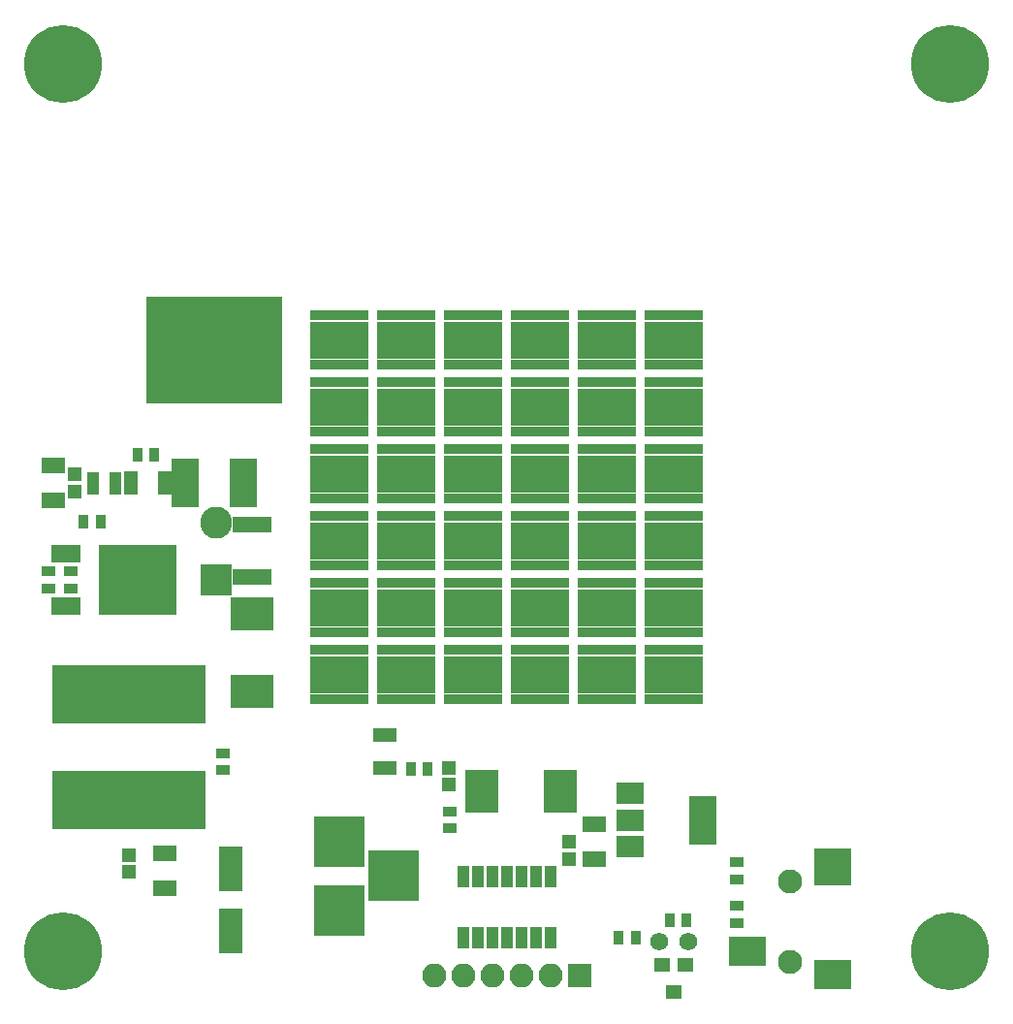
<source format=gbr>
G04 #@! TF.FileFunction,Soldermask,Top*
%FSLAX46Y46*%
G04 Gerber Fmt 4.6, Leading zero omitted, Abs format (unit mm)*
G04 Created by KiCad (PCBNEW 4.0.7) date 03/08/18 15:58:25*
%MOMM*%
%LPD*%
G01*
G04 APERTURE LIST*
%ADD10C,0.100000*%
%ADD11R,2.800000X2.800000*%
%ADD12C,2.800000*%
%ADD13R,5.180000X0.900000*%
%ADD14R,5.180000X3.180000*%
%ADD15R,13.400000X5.150000*%
%ADD16R,2.000000X1.400000*%
%ADD17R,2.400000X4.200000*%
%ADD18R,2.400000X1.900000*%
%ADD19R,2.482800X4.210000*%
%ADD20R,11.830000X9.290000*%
%ADD21R,3.194000X2.609800*%
%ADD22R,3.194000X3.194000*%
%ADD23C,2.101800*%
%ADD24R,2.100000X1.300000*%
%ADD25C,6.800000*%
%ADD26C,1.568400*%
%ADD27R,0.900000X1.300000*%
%ADD28R,1.300000X0.900000*%
%ADD29R,2.600000X1.600000*%
%ADD30R,6.800000X6.200000*%
%ADD31R,2.100000X2.100000*%
%ADD32O,2.100000X2.100000*%
%ADD33R,4.400000X4.400000*%
%ADD34R,3.700000X2.900000*%
%ADD35R,1.400000X1.300000*%
%ADD36R,1.150000X1.200000*%
%ADD37R,2.000000X3.900000*%
%ADD38R,1.000000X1.900000*%
%ADD39R,2.900000X3.700000*%
%ADD40R,1.300000X2.100000*%
%ADD41R,1.050000X0.800000*%
%ADD42R,3.400000X1.400000*%
G04 APERTURE END LIST*
D10*
D11*
X43180000Y-74930000D03*
D12*
X43180000Y-69930000D03*
D13*
X53975000Y-67799000D03*
X53975000Y-63519000D03*
D14*
X53975000Y-65659000D03*
D13*
X71501000Y-73641000D03*
X71501000Y-69361000D03*
D14*
X71501000Y-71501000D03*
D15*
X35560000Y-84910000D03*
X35560000Y-94160000D03*
D16*
X38735000Y-98830000D03*
X38735000Y-101830000D03*
X28987750Y-64978148D03*
X28987750Y-67978148D03*
X76200000Y-99290000D03*
X76200000Y-96290000D03*
D17*
X85700000Y-95885000D03*
D18*
X79400000Y-95885000D03*
X79400000Y-98185000D03*
X79400000Y-93585000D03*
D19*
X40513000Y-66421000D03*
X45593000Y-66421000D03*
D20*
X43053000Y-54864000D03*
D21*
X89636600Y-107365800D03*
D22*
X97053400Y-99974400D03*
D21*
X97053400Y-109372400D03*
D23*
X93345000Y-101244400D03*
X93345000Y-108254800D03*
D24*
X57912000Y-91366000D03*
X57912000Y-88466000D03*
D25*
X107315000Y-29845000D03*
X29845000Y-29845000D03*
X107315000Y-107315000D03*
X29845000Y-107315000D03*
D26*
X84435000Y-106520000D03*
X81935000Y-106520000D03*
D27*
X61710000Y-91440000D03*
X60210000Y-91440000D03*
D28*
X30480000Y-74180000D03*
X30480000Y-75680000D03*
X28575000Y-75680000D03*
X28575000Y-74180000D03*
D27*
X36334000Y-64008000D03*
X37834000Y-64008000D03*
X33135000Y-69850000D03*
X31635000Y-69850000D03*
X84316000Y-104648000D03*
X82816000Y-104648000D03*
X79871000Y-106172000D03*
X78371000Y-106172000D03*
D29*
X30090000Y-72650000D03*
X30090000Y-77210000D03*
D30*
X36390000Y-74930000D03*
D31*
X74930000Y-109474000D03*
D32*
X72390000Y-109474000D03*
X69850000Y-109474000D03*
X67310000Y-109474000D03*
X64770000Y-109474000D03*
X62230000Y-109474000D03*
D33*
X53975000Y-97790000D03*
X53975000Y-103790000D03*
X58675000Y-100790000D03*
D34*
X46355000Y-77880000D03*
X46355000Y-84680000D03*
D35*
X84235000Y-108528000D03*
X82135000Y-108528000D03*
X83185000Y-110928000D03*
D36*
X35560000Y-100445000D03*
X35560000Y-98945000D03*
X30892750Y-67228148D03*
X30892750Y-65728148D03*
X74041000Y-97802000D03*
X74041000Y-99302000D03*
X63500000Y-91325000D03*
X63500000Y-92825000D03*
D37*
X44450000Y-100170000D03*
X44450000Y-105570000D03*
D38*
X72390000Y-100805000D03*
X71120000Y-100805000D03*
X69850000Y-100805000D03*
X68580000Y-100805000D03*
X67310000Y-100805000D03*
X66040000Y-100805000D03*
X64770000Y-100805000D03*
X64770000Y-106205000D03*
X66040000Y-106205000D03*
X67310000Y-106205000D03*
X68580000Y-106205000D03*
X69850000Y-106205000D03*
X71120000Y-106205000D03*
X72390000Y-106205000D03*
D28*
X88646000Y-99580000D03*
X88646000Y-101080000D03*
X88646000Y-103390000D03*
X88646000Y-104890000D03*
D13*
X53975000Y-85325000D03*
X53975000Y-81045000D03*
D14*
X53975000Y-83185000D03*
D13*
X53975000Y-79483000D03*
X53975000Y-75203000D03*
D14*
X53975000Y-77343000D03*
D13*
X53975000Y-73641000D03*
X53975000Y-69361000D03*
D14*
X53975000Y-71501000D03*
D13*
X53975000Y-61957000D03*
X53975000Y-57677000D03*
D14*
X53975000Y-59817000D03*
D13*
X53975000Y-56115000D03*
X53975000Y-51835000D03*
D14*
X53975000Y-53975000D03*
D13*
X59817000Y-85325000D03*
X59817000Y-81045000D03*
D14*
X59817000Y-83185000D03*
D13*
X59817000Y-79483000D03*
X59817000Y-75203000D03*
D14*
X59817000Y-77343000D03*
D13*
X59817000Y-73641000D03*
X59817000Y-69361000D03*
D14*
X59817000Y-71501000D03*
D13*
X59817000Y-67799000D03*
X59817000Y-63519000D03*
D14*
X59817000Y-65659000D03*
D13*
X59817000Y-61957000D03*
X59817000Y-57677000D03*
D14*
X59817000Y-59817000D03*
D13*
X59817000Y-56115000D03*
X59817000Y-51835000D03*
D14*
X59817000Y-53975000D03*
D13*
X65659000Y-85325000D03*
X65659000Y-81045000D03*
D14*
X65659000Y-83185000D03*
D13*
X65659000Y-79483000D03*
X65659000Y-75203000D03*
D14*
X65659000Y-77343000D03*
D13*
X65659000Y-73641000D03*
X65659000Y-69361000D03*
D14*
X65659000Y-71501000D03*
D13*
X65659000Y-67799000D03*
X65659000Y-63519000D03*
D14*
X65659000Y-65659000D03*
D13*
X65659000Y-61957000D03*
X65659000Y-57677000D03*
D14*
X65659000Y-59817000D03*
D13*
X65659000Y-56115000D03*
X65659000Y-51835000D03*
D14*
X65659000Y-53975000D03*
D13*
X71501000Y-85325000D03*
X71501000Y-81045000D03*
D14*
X71501000Y-83185000D03*
D13*
X71501000Y-79483000D03*
X71501000Y-75203000D03*
D14*
X71501000Y-77343000D03*
D13*
X71501000Y-67799000D03*
X71501000Y-63519000D03*
D14*
X71501000Y-65659000D03*
D13*
X71501000Y-61957000D03*
X71501000Y-57677000D03*
D14*
X71501000Y-59817000D03*
D13*
X71501000Y-56115000D03*
X71501000Y-51835000D03*
D14*
X71501000Y-53975000D03*
D39*
X73250000Y-93345000D03*
X66450000Y-93345000D03*
D13*
X77343000Y-85325000D03*
X77343000Y-81045000D03*
D14*
X77343000Y-83185000D03*
D40*
X38692750Y-66478148D03*
X35792750Y-66478148D03*
D28*
X63627000Y-96635000D03*
X63627000Y-95135000D03*
D41*
X32482750Y-65828148D03*
X32482750Y-67128148D03*
X34382750Y-66478148D03*
X32482750Y-66478148D03*
X34382750Y-67128148D03*
X34382750Y-65828148D03*
D28*
X43815000Y-90055000D03*
X43815000Y-91555000D03*
D42*
X46355000Y-74690000D03*
X46355000Y-70090000D03*
D13*
X77343000Y-79483000D03*
X77343000Y-75203000D03*
D14*
X77343000Y-77343000D03*
D13*
X77343000Y-73641000D03*
X77343000Y-69361000D03*
D14*
X77343000Y-71501000D03*
D13*
X77343000Y-67799000D03*
X77343000Y-63519000D03*
D14*
X77343000Y-65659000D03*
D13*
X77343000Y-61957000D03*
X77343000Y-57677000D03*
D14*
X77343000Y-59817000D03*
D13*
X77343000Y-56115000D03*
X77343000Y-51835000D03*
D14*
X77343000Y-53975000D03*
D13*
X83185000Y-85325000D03*
X83185000Y-81045000D03*
D14*
X83185000Y-83185000D03*
D13*
X83185000Y-79483000D03*
X83185000Y-75203000D03*
D14*
X83185000Y-77343000D03*
D13*
X83185000Y-73641000D03*
X83185000Y-69361000D03*
D14*
X83185000Y-71501000D03*
D13*
X83185000Y-67799000D03*
X83185000Y-63519000D03*
D14*
X83185000Y-65659000D03*
D13*
X83185000Y-61957000D03*
X83185000Y-57677000D03*
D14*
X83185000Y-59817000D03*
D13*
X83185000Y-56115000D03*
X83185000Y-51835000D03*
D14*
X83185000Y-53975000D03*
M02*

</source>
